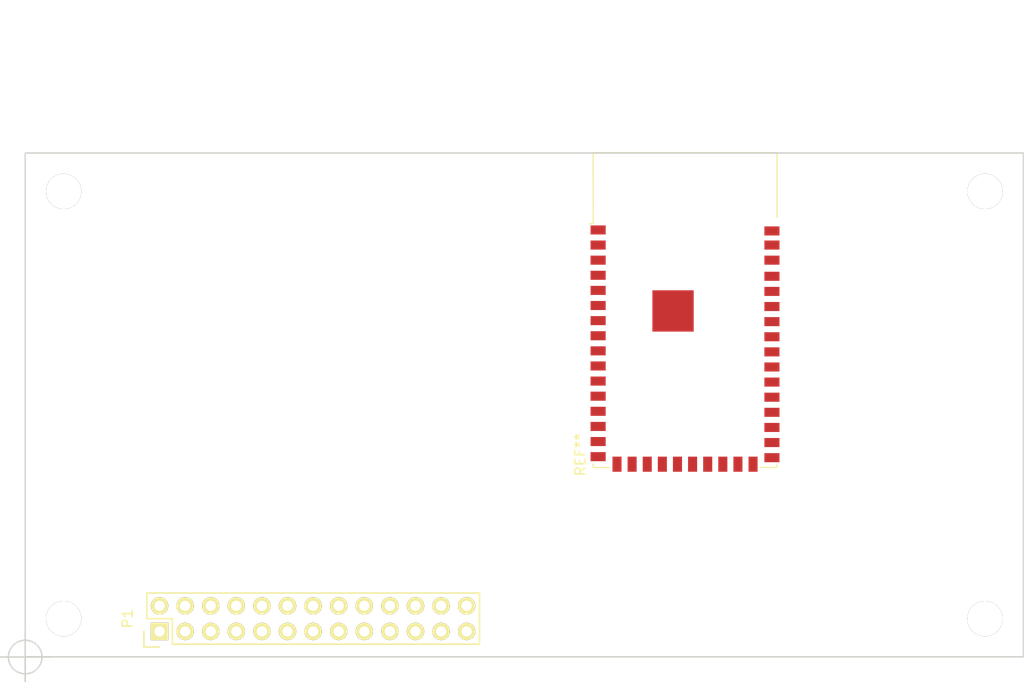
<source format=kicad_pcb>
(kicad_pcb (version 20211014) (generator pcbnew)
  (layers (0 "F.Cu" signal) (31 "B.Cu" signal) (34 "B.Paste" user) (35 "F.Paste" user) (36 "B.SilkS" user "B.Silkscreen") (37 "F.SilkS" user "F.Silkscreen") (38 "B.Mask" user) (39 "F.Mask" user) (44 "Edge.Cuts" user))
  (net 0 "")
  (net 1 "GND")
  (net 2 "+5V")
  (net 3 "+3V3")
  (net 4 "GPIO_SPI_CS#")
  (net 5 "GPIO_UART1_TXD")
  (net 6 "GPIO_SPI_MISO")
  (net 7 "GPIO_UART1_RXD")
  (net 8 "GPIO_SPI_MOSI")
  (net 9 "GPIO_UART1_CTS")
  (net 10 "GPIO_SPI_CLK")
  (net 11 "GPIO_UART1_RTS")
  (net 12 "GPIO_I2C_SCL")
  (net 13 "GPIO_I2S_CLK")
  (net 14 "GPIO_I2C_SDA")
  (net 15 "GPIO_I2S_FRM")
  (net 16 "GPIO_UART2_TXD")
  (net 17 "GPIO_I2S_DO")
  (net 18 "GPIO_UART2_RXD")
  (net 19 "GPIO_I2S_DI")
  (net 20 "GPIO_S5_0")
  (net 21 "GPIO_PWM0")
  (net 22 "GPIO_S5_1")
  (net 23 "GPIO_PWM1")
  (net 24 "GPIO_S5_2")
  (net 25 "I2SMCLK_GPIO")
  (footprint "Pin_Headers:Pin_Header_Straight_2x13" (layer "F.Cu") (at 109.845 118.6 90)
    (fp_text reference "P1" (at 1.27 -3.175 90) (layer "F.SilkS"))
    (fp_text value "CONN_02X13" hide)
    (fp_line (start 3.81 31.75) (end -1.27 31.75) (layer "F.SilkS") (width 0.15))
    (fp_line (start 3.81 -1.27) (end 3.81 31.75) (layer "F.SilkS") (width 0.15))
    (fp_line (start -1.27 1.27) (end -1.27 31.75) (layer "F.SilkS") (width 0.15))
    (fp_line (start -1.55 -1.55) (end -1.55 0) (layer "F.SilkS") (width 0.15))
    (fp_line (start 0 -1.55) (end -1.55 -1.55) (layer "F.SilkS") (width 0.15))
    (fp_line (start 1.27 1.27) (end -1.27 1.27) (layer "F.SilkS") (width 0.15))
    (fp_line (start 3.81 -1.27) (end 1.27 -1.27) (layer "F.SilkS") (width 0.15))
    (fp_line (start 1.27 -1.27) (end 1.27 1.27) (layer "F.SilkS") (width 0.15))
    (pad "1" thru_hole rect locked (at 0 0 90) (size 1.7272 1.7272) (drill 1.016) (layers *.Cu *.Mask "F.SilkS") (net 1 "GND"))
    (pad "2" thru_hole oval locked (at 2.54 0 90) (size 1.7272 1.7272) (drill 1.016) (layers *.Cu *.Mask "F.SilkS") (net 1 "GND"))
    (pad "3" thru_hole oval locked (at 0 2.54 90) (size 1.7272 1.7272) (drill 1.016) (layers *.Cu *.Mask "F.SilkS") (net 2 "+5V"))
    (pad "4" thru_hole oval locked (at 2.54 2.54 90) (size 1.7272 1.7272) (drill 1.016) (layers *.Cu *.Mask "F.SilkS") (net 3 "+3V3"))
    (pad "5" thru_hole oval locked (at 0 5.08 90) (size 1.7272 1.7272) (drill 1.016) (layers *.Cu *.Mask "F.SilkS") (net 4 "GPIO_SPI_CS#"))
    (pad "6" thru_hole oval locked (at 2.54 5.08 90) (size 1.7272 1.7272) (drill 1.016) (layers *.Cu *.Mask "F.SilkS") (net 5 "GPIO_UART1_TXD"))
    (pad "7" thru_hole oval locked (at 0 7.62 90) (size 1.7272 1.7272) (drill 1.016) (layers *.Cu *.Mask "F.SilkS") (net 6 "GPIO_SPI_MISO"))
    (pad "8" thru_hole oval locked (at 2.54 7.62 90) (size 1.7272 1.7272) (drill 1.016) (layers *.Cu *.Mask "F.SilkS") (net 7 "GPIO_UART1_RXD"))
    (pad "9" thru_hole oval locked (at 0 10.16 90) (size 1.7272 1.7272) (drill 1.016) (layers *.Cu *.Mask "F.SilkS") (net 8 "GPIO_SPI_MOSI"))
    (pad "10" thru_hole oval locked (at 2.54 10.16 90) (size 1.7272 1.7272) (drill 1.016) (layers *.Cu *.Mask "F.SilkS") (net 9 "GPIO_UART1_CTS"))
    (pad "11" thru_hole oval locked (at 0 12.7 90) (size 1.7272 1.7272) (drill 1.016) (layers *.Cu *.Mask "F.SilkS") (net 10 "GPIO_SPI_CLK"))
    (pad "12" thru_hole oval locked (at 2.54 12.7 90) (size 1.7272 1.7272) (drill 1.016) (layers *.Cu *.Mask "F.SilkS") (net 11 "GPIO_UART1_RTS"))
    (pad "13" thru_hole oval locked (at 0 15.24 90) (size 1.7272 1.7272) (drill 1.016) (layers *.Cu *.Mask "F.SilkS") (net 12 "GPIO_I2C_SCL"))
    (pad "14" thru_hole oval locked (at 2.54 15.24 90) (size 1.7272 1.7272) (drill 1.016) (layers *.Cu *.Mask "F.SilkS") (net 13 "GPIO_I2S_CLK"))
    (pad "15" thru_hole oval locked (at 0 17.78 90) (size 1.7272 1.7272) (drill 1.016) (layers *.Cu *.Mask "F.SilkS") (net 14 "GPIO_I2C_SDA"))
    (pad "16" thru_hole oval locked (at 2.54 17.78 90) (size 1.7272 1.7272) (drill 1.016) (layers *.Cu *.Mask "F.SilkS") (net 15 "GPIO_I2S_FRM"))
    (pad "17" thru_hole oval locked (at 0 20.32 90) (size 1.7272 1.7272) (drill 1.016) (layers *.Cu *.Mask "F.SilkS") (net 16 "GPIO_UART2_TXD"))
    (pad "18" thru_hole oval locked (at 2.54 20.32 90) (size 1.7272 1.7272) (drill 1.016) (layers *.Cu *.Mask "F.SilkS") (net 17 "GPIO_I2S_DO"))
    (pad "19" thru_hole oval locked (at 0 22.86 90) (size 1.7272 1.7272) (drill 1.016) (layers *.Cu *.Mask "F.SilkS") (net 18 "GPIO_UART2_RXD"))
    (pad "20" thru_hole oval locked (at 2.54 22.86 90) (size 1.7272 1.7272) (drill 1.016) (layers *.Cu *.Mask "F.SilkS") (net 19 "GPIO_I2S_DI"))
    (pad "21" thru_hole oval locked (at 0 25.4 90) (size 1.7272 1.7272) (drill 1.016) (layers *.Cu *.Mask "F.SilkS") (net 20 "GPIO_S5_0"))
    (pad "22" thru_hole oval locked (at 2.54 25.4 90) (size 1.7272 1.7272) (drill 1.016) (layers *.Cu *.Mask "F.SilkS") (net 21 "GPIO_PWM0"))
    (pad "23" thru_hole oval locked (at 0 27.94 90) (size 1.7272 1.7272) (drill 1.016) (layers *.Cu *.Mask "F.SilkS") (net 22 "GPIO_S5_1"))
    (pad "24" thru_hole oval locked (at 2.54 27.94 90) (size 1.7272 1.7272) (drill 1.016) (layers *.Cu *.Mask "F.SilkS") (net 23 "GPIO_PWM1"))
    (pad "25" thru_hole oval locked (at 0 30.48 90) (size 1.7272 1.7272) (drill 1.016) (layers *.Cu *.Mask "F.SilkS") (net 24 "GPIO_S5_2"))
    (pad "26" thru_hole oval locked (at 2.54 30.48 90) (size 1.7272 1.7272) (drill 1.016) (layers *.Cu *.Mask "F.SilkS") (net 25 "I2SMCLK_GPIO"))
  )
  (footprint "Mounting_Holes:MountingHole_3-5mm" (layer "F.Cu") (at 191.76 117.33)
    (fp_text reference "MK2" hide)
    (fp_text value "Mounting_Hole" hide)
    (pad "" thru_hole circle locked (at 0 0) (size 3.5 3.5) (drill 3.5) (layers))
  )
  (footprint "Mounting_Holes:MountingHole_3-5mm" (layer "F.Cu") (at 100.32 117.33)
    (fp_text reference "MK1" hide)
    (fp_text value "Mounting_Hole" hide)
    (pad "" thru_hole circle locked (at 0 0) (size 3.5 3.5) (drill 3.5) (layers))
  )
  (footprint "Mounting_Holes:MountingHole_3-5mm" (layer "F.Cu") (at 100.33 74.93)
    (fp_text reference "MK4" hide)
    (fp_text value "Mounting_Hole" hide)
    (pad "" thru_hole circle locked (at 0 0) (size 3.5 3.5) (drill 3.5) (layers))
  )
  (footprint "Mounting_Holes:MountingHole_3-5mm" (layer "F.Cu") (at 191.77 74.93)
    (fp_text reference "MK3" hide)
    (fp_text value "Mounting_Hole" hide)
    (pad "" thru_hole circle locked (at 0 0) (size 3.5 3.5) (drill 3.5) (layers))
  )
  (footprint "footprint:ESP32-S2-WROVER" (layer "F.Cu") (at 161.995 90.53)
    (fp_text reference "REF**" (at -10.41 10.53 90) (layer "F.SilkS"))
    (fp_text value "ESP32-S2-WROVER")
    (fp_line (start -9.11 -12.37) (end -9.125 -19.45) (layer "F.SilkS") (width 0.12))
    (fp_line (start -9.125 -19.45) (end 9.13 -19.45) (layer "F.SilkS") (width 0.12))
    (fp_line (start -9.12 11.8) (end -7.46 11.8) (layer "F.SilkS") (width 0.12))
    (fp_line (start 9.12 11.8) (end 7.46 11.8) (layer "F.SilkS") (width 0.12))
    (fp_line (start 9.13 -13.03) (end 9.13 -19.45) (layer "F.SilkS") (width 0.12))
    (fp_line (start -9.11 -12.37) (end -9.5 -12.37) (layer "F.SilkS") (width 0.12))
    (fp_line (start 9.12 11.54) (end 9.12 11.8) (layer "F.SilkS") (width 0.12))
    (fp_line (start -9.12 11.44) (end -9.12 11.8) (layer "F.SilkS") (width 0.12))
    (pad "1" smd rect (at -8.625 -11.775) (size 1.5 0.9) (layers "F.Cu" "F.Paste" "F.Mask"))
    (pad "2" smd rect (at -8.625 -10.275) (size 1.5 0.9) (layers "F.Cu" "F.Paste" "F.Mask"))
    (pad "3" smd rect (at -8.625 -8.775) (size 1.5 0.9) (layers "F.Cu" "F.Paste" "F.Mask"))
    (pad "4" smd rect (at -8.625 -7.275) (size 1.5 0.9) (layers "F.Cu" "F.Paste" "F.Mask"))
    (pad "5" smd rect (at -8.625 -5.775) (size 1.5 0.9) (layers "F.Cu" "F.Paste" "F.Mask"))
    (pad "6" smd rect (at -8.625 -4.275) (size 1.5 0.9) (layers "F.Cu" "F.Paste" "F.Mask"))
    (pad "7" smd rect (at -8.625 -2.775) (size 1.5 0.9) (layers "F.Cu" "F.Paste" "F.Mask"))
    (pad "8" smd rect (at -8.625 -1.275) (size 1.5 0.9) (layers "F.Cu" "F.Paste" "F.Mask"))
    (pad "9" smd rect (at -8.625 0.225) (size 1.5 0.9) (layers "F.Cu" "F.Paste" "F.Mask"))
    (pad "10" smd rect (at -8.625 1.725) (size 1.5 0.9) (layers "F.Cu" "F.Paste" "F.Mask"))
    (pad "11" smd rect (at -8.625 3.225) (size 1.5 0.9) (layers "F.Cu" "F.Paste" "F.Mask"))
    (pad "12" smd rect (at -8.625 4.725) (size 1.5 0.9) (layers "F.Cu" "F.Paste" "F.Mask"))
    (pad "13" smd rect (at -8.625 6.225) (size 1.5 0.9) (layers "F.Cu" "F.Paste" "F.Mask"))
    (pad "14" smd rect (at -8.625 7.725) (size 1.5 0.9) (layers "F.Cu" "F.Paste" "F.Mask"))
    (pad "15" smd rect (at -8.625 9.225 180) (size 1.5 0.9) (layers "F.Cu" "F.Paste" "F.Mask"))
    (pad "16" smd rect (at -8.625 10.725 180) (size 1.5 0.9) (layers "F.Cu" "F.Paste" "F.Mask"))
    (pad "17" smd rect (at -6.75 11.475) (size 0.9 1.5) (layers "F.Cu" "F.Paste" "F.Mask"))
    (pad "18" smd rect (at -5.25 11.475) (size 0.9 1.5) (layers "F.Cu" "F.Paste" "F.Mask"))
    (pad "19" smd rect (at -3.75 11.475) (size 0.9 1.5) (layers "F.Cu" "F.Paste" "F.Mask"))
    (pad "20" smd rect (at -2.25 11.475) (size 0.9 1.5) (layers "F.Cu" "F.Paste" "F.Mask"))
    (pad "21" smd rect (at -0.75 11.475) (size 0.9 1.5) (layers "F.Cu" "F.Paste" "F.Mask"))
    (pad "22" smd rect (at 0.75 11.475) (size 0.9 1.5) (layers "F.Cu" "F.Paste" "F.Mask"))
    (pad "23" smd rect (at 2.25 11.475) (size 0.9 1.5) (layers "F.Cu" "F.Paste" "F.Mask"))
    (pad "24" smd rect (at 3.75 11.475) (size 0.9 1.5) (layers "F.Cu" "F.Paste" "F.Mask"))
    (pad "25" smd rect (at 5.25 11.475) (size 0.9 1.5) (layers "F.Cu" "F.Paste" "F.Mask"))
    (pad "26" smd rect (at 6.75 11.475) (size 0.9 1.5) (layers "F.Cu" "F.Paste" "F.Mask"))
    (pad "27" smd rect (at 8.625 10.825) (size 1.5 0.9) (layers "F.Cu" "F.Paste" "F.Mask"))
    (pad "28" smd rect (at 8.625 9.325) (size 1.5 0.9) (layers "F.Cu" "F.Paste" "F.Mask"))
    (pad "29" smd rect (at 8.625 7.825) (size 1.5 0.9) (layers "F.Cu" "F.Paste" "F.Mask"))
    (pad "30" smd rect (at 8.625 6.325) (size 1.5 0.9) (layers "F.Cu" "F.Paste" "F.Mask"))
    (pad "31" smd rect (at 8.625 4.825) (size 1.5 0.9) (layers "F.Cu" "F.Paste" "F.Mask"))
    (pad "32" smd rect (at 8.625 3.325) (size 1.5 0.9) (layers "F.Cu" "F.Paste" "F.Mask"))
    (pad "33" smd rect (at 8.625 1.825) (size 1.5 0.9) (layers "F.Cu" "F.Paste" "F.Mask"))
    (pad "34" smd rect (at 8.625 0.325) (size 1.5 0.9) (layers "F.Cu" "F.Paste" "F.Mask"))
    (pad "35" smd rect (at 8.625 -1.175) (size 1.5 0.9) (layers "F.Cu" "F.Paste" "F.Mask"))
    (pad "36" smd rect (at 8.625 -2.675) (size 1.5 0.9) (layers "F.Cu" "F.Paste" "F.Mask"))
    (pad "37" smd rect (at 8.625 -4.175) (size 1.5 0.9) (layers "F.Cu" "F.Paste" "F.Mask"))
    (pad "38" smd rect (at 8.625 -5.675) (size 1.5 0.9) (layers "F.Cu" "F.Paste" "F.Mask"))
    (pad "39" smd rect (at 8.625 -7.175) (size 1.5 0.9) (layers "F.Cu" "F.Paste" "F.Mask"))
    (pad "40" smd rect (at 8.625 -8.775) (size 1.5 0.9) (layers "F.Cu" "F.Paste" "F.Mask"))
    (pad "41" smd rect (at 8.625 -10.275) (size 1.5 0.9) (layers "F.Cu" "F.Paste" "F.Mask"))
    (pad "42" smd rect (at 8.625 -11.675) (size 1.5 0.9) (layers "F.Cu" "F.Paste" "F.Mask"))
    (pad "43" smd rect (at -1.19 -3.735) (size 4.1 4.1) (layers "F.Cu" "F.Paste" "F.Mask"))
  )
  (gr_line (start 195.58 71.12) (end 96.52 71.12) (layer "Edge.Cuts") (width 0.15))
  (gr_line (start 96.52 121.12) (end 195.58 121.12) (layer "Edge.Cuts") (width 0.15))
  (gr_line (start 195.58 121.12) (end 195.58 71.12) (layer "Edge.Cuts") (width 0.15))
  (gr_line (start 96.52 71.12) (end 96.52 121.12) (layer "Edge.Cuts") (width 0.15))
  (target plus (at 96.51 121.14) (size 5) (width 0.15) (layer "Edge.Cuts"))
)
</source>
